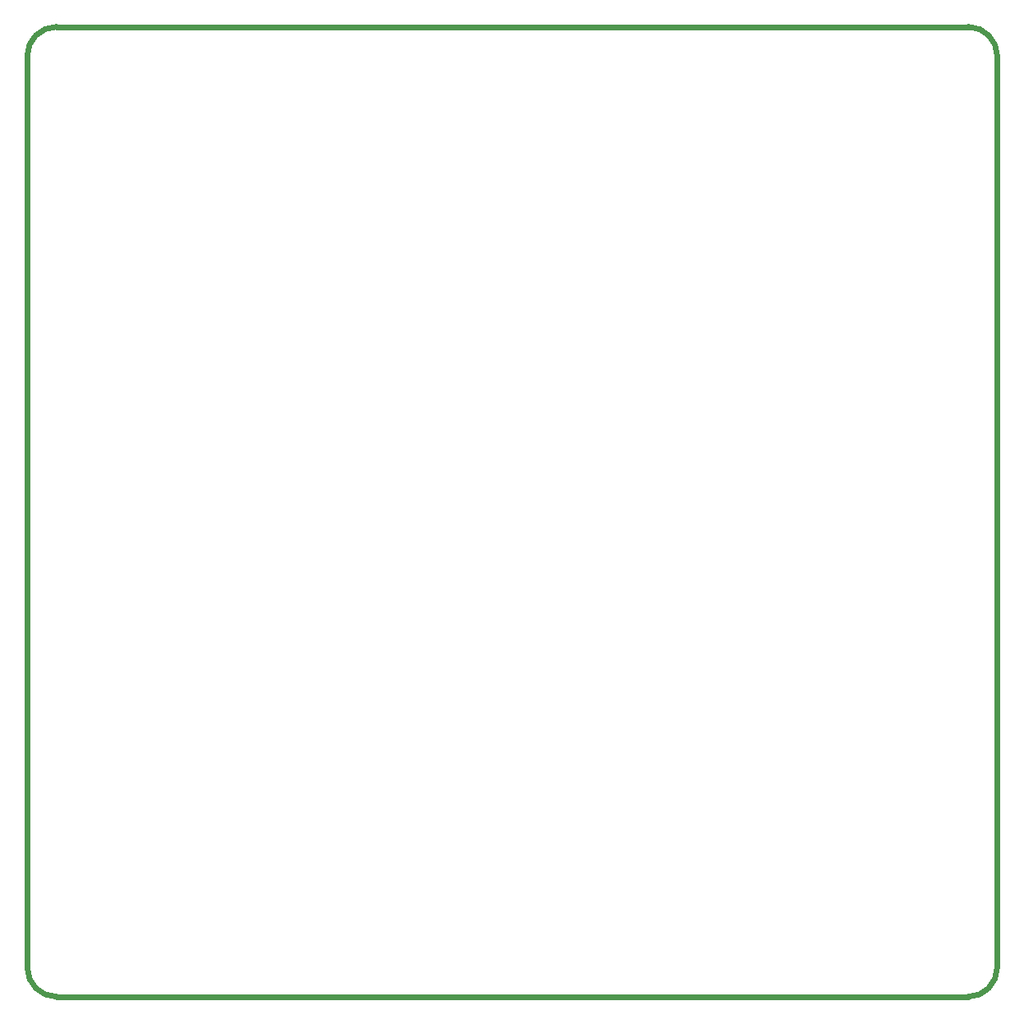
<source format=gbr>
G04 #@! TF.GenerationSoftware,KiCad,Pcbnew,9.0.0*
G04 #@! TF.CreationDate,2025-05-15T13:31:30+02:00*
G04 #@! TF.ProjectId,RP2350_80QFN_minimal,52503233-3530-45f3-9830-51464e5f6d69,rev?*
G04 #@! TF.SameCoordinates,Original*
G04 #@! TF.FileFunction,Profile,NP*
%FSLAX46Y46*%
G04 Gerber Fmt 4.6, Leading zero omitted, Abs format (unit mm)*
G04 Created by KiCad (PCBNEW 9.0.0) date 2025-05-15 13:31:30*
%MOMM*%
%LPD*%
G01*
G04 APERTURE LIST*
G04 #@! TA.AperFunction,Profile*
%ADD10C,0.600000*%
G04 #@! TD*
G04 APERTURE END LIST*
D10*
X158850000Y-145050000D02*
X64850000Y-145050000D01*
X161850417Y-48050000D02*
X161850000Y-142050000D01*
X64850000Y-45050000D02*
X158900000Y-45050000D01*
X61850000Y-142050000D02*
X61850000Y-48050000D01*
X158900000Y-45050000D02*
G75*
G02*
X161850417Y-48050000I-50000J-3000000D01*
G01*
X61850000Y-48050000D02*
G75*
G02*
X64850000Y-45050000I3000000J0D01*
G01*
X64850000Y-145050000D02*
G75*
G02*
X61850000Y-142050000I0J3000000D01*
G01*
X161850000Y-142050000D02*
G75*
G02*
X158850000Y-145050000I-3000000J0D01*
G01*
M02*

</source>
